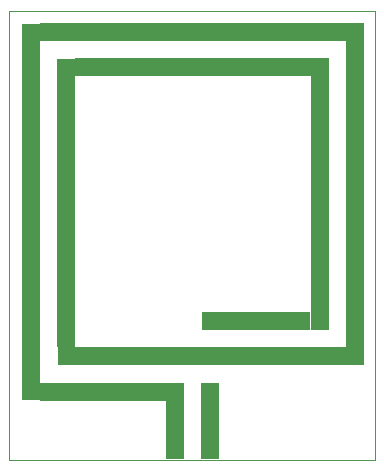
<source format=gbr>
G04 ===== Begin FILE IDENTIFICATION =====*
G04 File Format:  Gerber RS274X*
G04 ===== End FILE IDENTIFICATION =====*
%FSLAX24Y24*%
%MOIN*%
%SFA1.0000B1.0000*%
%OFA0.0B0.0*%
%ADD14C,0.023622*%
%ADD15R,0.058661X0.255512*%
%ADD16R,0.058661X0.196850*%
%ADD17R,0.481890X0.058661*%
%ADD18R,0.364173X0.058661*%
%ADD19R,0.058661X0.846063*%
%ADD20R,0.846063X0.058661*%
%ADD21R,0.058661X0.963386*%
%ADD22R,0.963386X0.058661*%
%ADD23R,0.058661X1.080709*%
%ADD24R,1.080709X0.058661*%
%ADD25R,0.058661X1.256693*%
%ADD26C,0.000001*%
%LNcond*%
%IPPOS*%
%LPD*%
G75*
D14*
X6287Y276D03*
Y2638D03*
D15*
X6285Y-691D03*
D16*
X5112Y-984D03*
D17*
X2996Y293D03*
D18*
X7813Y2640D03*
D19*
X9927Y6577D03*
D20*
X5990Y11100D03*
D21*
X1467Y6577D03*
D22*
X5990Y1467D03*
D23*
X11100Y6577D03*
D24*
X5990Y12274D03*
D25*
X293Y6283D03*
D26*
G01X-423Y-1980D02*
G01X11771D01*

G01Y12972D01*

G01X-423D01*

G01Y-1980D01*
M02*


</source>
